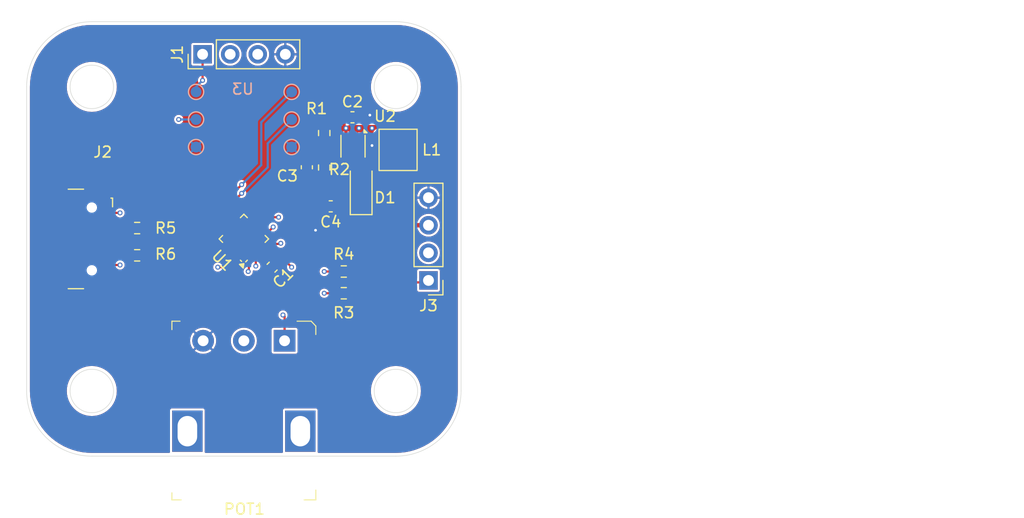
<source format=kicad_pcb>
(kicad_pcb (version 20240108) (generator "pcbnew") (generator_version "8.0")
  (layers (0 "F.Cu" signal) (1 "In1.Cu" power) (2 "In2.Cu" power) (31 "B.Cu" signal) (34 "B.Paste" user) (35 "F.Paste" user) (36 "B.SilkS" user "B.Silkscreen") (37 "F.SilkS" user "F.Silkscreen") (38 "B.Mask" user) (39 "F.Mask" user) (44 "Edge.Cuts" user))
  (net 0 "")
  (net 1 "GND")
  (net 2 "Net-(U2-FB)")
  (net 3 "Net-(D1-A)")
  (net 4 "FAN_RPM")
  (net 6 "ANALOG_READ")
  (net 7 "FAN_PWM")
  (net 9 "+12V")
  (net 10 "PWM")
  (net 11 "PWM1")
  (net 12 "UPDI")
  (net 13 "RX")
  (net 14 "TX")
  (net 15 "SDA")
  (net 22 "+5V")
  (net 24 "SCL")
  (net 27 "unconnected-(J2-SHIELD-PadS1)")
  (net 29 "Net-(J2-GND-PadA1)")
  (net 30 "Net-(J2-CC2)")
  (net 31 "Net-(J2-CC1)")
  (footprint "Diode_SMD:D_SOD-123" (layer "F.Cu") (at 80.8 55.4 90)
    (property "Reference" "D1" (at -0.8 2.2 180) (layer "F.SilkS"))
    (property "Value" "D")
    (fp_line (start -2.36 -1) (end 1.65 -1) (stroke (width 0.12)) (layer "F.SilkS"))
    (fp_line (start -2.36 -1) (end -2.36 1) (stroke (width 0.12)) (layer "F.SilkS"))
    (fp_line (start -2.36 1) (end 1.65 1) (stroke (width 0.12)) (layer "F.SilkS"))
    (pad "1" smd roundrect (at -1.65 0 90) (size 0.9 1.2) (layers "F.Cu" "F.Paste" "F.Mask") (net 9 "+12V"))
    (pad "2" smd roundrect (at 1.65 0 90) (size 0.9 1.2) (layers "F.Cu" "F.Paste" "F.Mask") (net 3 "Net-(D1-A)"))
  )
  (footprint "Connector_PinHeader_2.54mm:PinHeader_1x04_P2.54mm_Vertical" (layer "F.Cu") (at 66.2 43 90)
    (property "Reference" "J1" (at 0 -2.33 90) (layer "F.SilkS"))
    (property "Value" "Conn_01x04")
    (fp_line (start -1.33 -1.33) (end 0 -1.33) (stroke (width 0.12)) (layer "F.SilkS"))
    (fp_line (start -1.33 0) (end -1.33 -1.33) (stroke (width 0.12)) (layer "F.SilkS"))
    (fp_line (start 1.33 1.27) (end 1.33 8.95) (stroke (width 0.12)) (layer "F.SilkS"))
    (fp_line (start -1.33 1.27) (end 1.33 1.27) (stroke (width 0.12)) (layer "F.SilkS"))
    (fp_line (start -1.33 1.27) (end -1.33 8.95) (stroke (width 0.12)) (layer "F.SilkS"))
    (fp_line (start -1.33 8.95) (end 1.33 8.95) (stroke (width 0.12)) (layer "F.SilkS"))
    (pad "1" thru_hole rect (at 0 0 90) (size 1.7 1.7) (drill 1) (layers "*.Cu" "*.Mask") (net 22 "+5V"))
    (pad "2" thru_hole oval (at 0 2.54 90) (size 1.7 1.7) (drill 1) (layers "*.Cu" "*.Mask") (net 15 "SDA"))
    (pad "3" thru_hole oval (at 0 5.08 90) (size 1.7 1.7) (drill 1) (layers "*.Cu" "*.Mask") (net 24 "SCL"))
    (pad "4" thru_hole oval (at 0 7.62 90) (size 1.7 1.7) (drill 1) (layers "*.Cu" "*.Mask") (net 1 "GND"))
  )
  (footprint "Package_SON:WSON-6-1EP_2x2mm_P0.65mm_EP1x1.6mm" (layer "F.Cu") (at 80.05 51.4625 -90)
    (property "Reference" "U2" (at -2.7625 -2.95 180) (layer "F.SilkS"))
    (property "Value" "TPS61040DRV")
    (fp_line (start -1 1.11) (end 1 1.11) (stroke (width 0.12)) (layer "F.SilkS"))
    (fp_line (start -1 -1.11) (end 1 -1.11) (stroke (width 0.12)) (layer "F.SilkS"))
    (fp_poly (pts (xy -1.24 -1.01) (xy -1.52 -1.01) (xy -1.24 -1.29) (xy -1.24 -1.01)) (stroke (width 0.12)) (fill solid) (layer "F.SilkS"))
    (pad "1" smd roundrect (at -0.8875 -0.65 270) (size 0.375 0.4) (layers "F.Cu" "F.Paste" "F.Mask") (net 1 "GND"))
    (pad "2" smd roundrect (at -0.8875 0 270) (size 0.375 0.4) (layers "F.Cu" "F.Paste" "F.Mask") (net 22 "+5V"))
    (pad "3" smd roundrect (at -0.8875 0.65 270) (size 0.375 0.4) (layers "F.Cu" "F.Paste" "F.Mask") (net 22 "+5V"))
    (pad "4" smd roundrect (at 0.8875 0.65 270) (size 0.375 0.4) (layers "F.Cu" "F.Paste" "F.Mask") (net 2 "Net-(U2-FB)"))
    (pad "5" smd roundrect (at 0.8875 0 270) (size 0.375 0.4) (layers "F.Cu" "F.Paste" "F.Mask"))
    (pad "6" smd roundrect (at 0.8875 -0.65 270) (size 0.375 0.4) (layers "F.Cu" "F.Paste" "F.Mask") (net 3 "Net-(D1-A)"))
    (pad "7" smd rect (at 0 0 270) (size 1 1.6) (property pad_prop_heatsink) (layers "F.Cu" "F.Mask"))
  )
  (footprint "Resistor_SMD:R_0603_1608Metric" (layer "F.Cu") (at 60.175 61.51)
    (property "Reference" "R6" (at 2.625 -0.11 0) (layer "F.SilkS"))
    (property "Value" "5.1k")
    (fp_line (start -0.237258 -0.5225) (end 0.237258 -0.5225) (stroke (width 0.12)) (layer "F.SilkS"))
    (fp_line (start -0.237258 0.5225) (end 0.237258 0.5225) (stroke (width 0.12)) (layer "F.SilkS"))
    (pad "1" smd roundrect (at -0.825 0) (size 0.8 0.95) (layers "F.Cu" "F.Paste" "F.Mask") (net 30 "Net-(J2-CC2)"))
    (pad "2" smd roundrect (at 0.825 0) (size 0.8 0.95) (layers "F.Cu" "F.Paste" "F.Mask") (net 1 "GND"))
  )
  (footprint "Connector_USB:USB_C_Receptacle_GCT_USB4110" (layer "F.Cu") (at 53.395 60 -90)
    (property "Reference" "J2" (at -8 -3.605 0) (layer "F.SilkS"))
    (property "Value" "USB_C_Receptacle_USB2.0_16P")
    (fp_line (start -4.58 -0.435) (end -4.58 -1.845) (stroke (width 0.12)) (layer "F.SilkS"))
    (fp_line (start 4.58 -0.435) (end 4.58 -1.845) (stroke (width 0.12)) (layer "F.SilkS"))
    (fp_line (start -3.76 -4.515) (end -3.76 -4.365) (stroke (width 0.12)) (layer "F.SilkS"))
    (fp_line (start -2.96 -4.515) (end -3.76 -4.515) (stroke (width 0.12)) (layer "F.SilkS"))
    (pad "" np_thru_hole circle (at -2.89 -2.605 270) (size 0.65 0.65) (drill 0.65) (layers "F&B.Cu" "*.Mask"))
    (pad "" np_thru_hole circle (at 2.89 -2.605 270) (size 0.65 0.65) (drill 0.65) (layers "F&B.Cu" "*.Mask"))
    (pad "A1" smd roundrect (at -3.2 -3.68 270) (size 0.6 1.15) (layers "F.Cu" "F.Paste" "F.Mask") (net 29 "Net-(J2-GND-PadA1)"))
    (pad "A4" smd roundrect (at -2.4 -3.68 270) (size 0.6 1.15) (layers "F.Cu" "F.Paste" "F.Mask") (net 22 "+5V"))
    (pad "A5" smd roundrect (at -1.25 -3.68 270) (size 0.3 1.15) (layers "F.Cu" "F.Paste" "F.Mask") (net 31 "Net-(J2-CC1)"))
    (pad "A6" smd roundrect (at -0.25 -3.68 270) (size 0.3 1.15) (layers "F.Cu" "F.Paste" "F.Mask"))
    (pad "A7" smd roundrect (at 0.25 -3.68 270) (size 0.3 1.15) (layers "F.Cu" "F.Paste" "F.Mask"))
    (pad "A8" smd roundrect (at 1.25 -3.68 270) (size 0.3 1.15) (layers "F.Cu" "F.Paste" "F.Mask"))
    (pad "A9" smd roundrect (at 2.4 -3.68 270) (size 0.6 1.15) (layers "F.Cu" "F.Paste" "F.Mask") (net 22 "+5V"))
    (pad "A12" smd roundrect (at 3.2 -3.68 270) (size 0.6 1.15) (layers "F.Cu" "F.Paste" "F.Mask") (net 29 "Net-(J2-GND-PadA1)"))
    (pad "B1" smd roundrect (at 3.2 -3.68 270) (size 0.6 1.15) (layers "F.Cu" "F.Paste" "F.Mask") (net 29 "Net-(J2-GND-PadA1)"))
    (pad "B4" smd roundrect (at 2.4 -3.68 270) (size 0.6 1.15) (layers "F.Cu" "F.Paste" "F.Mask") (net 22 "+5V"))
    (pad "B5" smd roundrect (at 1.75 -3.68 270) (size 0.3 1.15) (layers "F.Cu" "F.Paste" "F.Mask") (net 30 "Net-(J2-CC2)"))
    (pad "B6" smd roundrect (at 0.75 -3.68 270) (size 0.3 1.15) (layers "F.Cu" "F.Paste" "F.Mask"))
    (pad "B7" smd roundrect (at -0.75 -3.68 270) (size 0.3 1.15) (layers "F.Cu" "F.Paste" "F.Mask"))
    (pad "B8" smd roundrect (at -1.75 -3.68 270) (size 0.3 1.15) (layers "F.Cu" "F.Paste" "F.Mask"))
    (pad "B9" smd roundrect (at -2.4 -3.68 270) (size 0.6 1.15) (layers "F.Cu" "F.Paste" "F.Mask") (net 22 "+5V"))
    (pad "B12" smd roundrect (at -3.2 -3.68 270) (size 0.6 1.15) (layers "F.Cu" "F.Paste" "F.Mask") (net 29 "Net-(J2-GND-PadA1)"))
    (pad "S1" smd roundrect (at -5.11 -3.105 270) (size 2.18 2) (layers "F.Cu" "F.Paste" "F.Mask") (roundrect_rratio 0.125) (net 27 "unconnected-(J2-SHIELD-PadS1)"))
    (pad "S1" smd roundrect (at -5.11 0.825 270) (size 2.18 2) (layers "F.Cu" "F.Paste" "F.Mask") (roundrect_rratio 0.125) (net 27 "unconnected-(J2-SHIELD-PadS1)"))
    (pad "S1" smd roundrect (at 5.11 -3.105 270) (size 2.18 2) (layers "F.Cu" "F.Paste" "F.Mask") (roundrect_rratio 0.125) (net 27 "unconnected-(J2-SHIELD-PadS1)"))
    (pad "S1" smd roundrect (at 5.11 0.825 270) (size 2.18 2) (layers "F.Cu" "F.Paste" "F.Mask") (roundrect_rratio 0.125) (net 27 "unconnected-(J2-SHIELD-PadS1)"))
  )
  (footprint "Capacitor_SMD:C_0603_1608Metric" (layer "F.Cu") (at 80 48.8)
    (property "Reference" "C2" (at 0 -1.43 0) (layer "F.SilkS"))
    (property "Value" "4.7 uF")
    (fp_line (start -0.14058 -0.51) (end 0.14058 -0.51) (stroke (width 0.12)) (layer "F.SilkS"))
    (fp_line (start -0.14058 0.51) (end 0.14058 0.51) (stroke (width 0.12)) (layer "F.SilkS"))
    (pad "1" smd roundrect (at -0.775 0) (size 0.9 0.95) (layers "F.Cu" "F.Paste" "F.Mask") (net 22 "+5V"))
    (pad "2" smd roundrect (at 0.775 0) (size 0.9 0.95) (layers "F.Cu" "F.Paste" "F.Mask") (net 1 "GND"))
  )
  (footprint "Resistor_SMD:R_0603_1608Metric" (layer "F.Cu") (at 60.175 59)
    (property "Reference" "R5" (at 2.625 0 0) (layer "F.SilkS"))
    (property "Value" "5.1k")
    (fp_line (start -0.237258 -0.5225) (end 0.237258 -0.5225) (stroke (width 0.12)) (layer "F.SilkS"))
    (fp_line (start -0.237258 0.5225) (end 0.237258 0.5225) (stroke (width 0.12)) (layer "F.SilkS"))
    (pad "1" smd roundrect (at -0.825 0) (size 0.8 0.95) (layers "F.Cu" "F.Paste" "F.Mask") (net 31 "Net-(J2-CC1)"))
    (pad "2" smd roundrect (at 0.825 0) (size 0.8 0.95) (layers "F.Cu" "F.Paste" "F.Mask") (net 1 "GND"))
  )
  (footprint "digikey-footprints:Potentiometer_P120PK-Y25BR10K" (layer "F.Cu") (at 73.75 69.375 180)
    (property "Reference" "POT1" (at 3.7 -15.5 0) (layer "F.SilkS"))
    (property "Value" "P120PK-Y25BR10K")
    (fp_line (start 10.375 1.8) (end 9.625 1.8) (stroke (width 0.1)) (layer "F.SilkS"))
    (fp_line (start 10.375 1.025) (end 10.375 1.8) (stroke (width 0.1)) (layer "F.SilkS"))
    (fp_line (start 10.375 -14.65) (end 10.375 -14) (stroke (width 0.1)) (layer "F.SilkS"))
    (fp_line (start 9.525 -14.65) (end 10.375 -14.65) (stroke (width 0.1)) (layer "F.SilkS"))
    (fp_line (start -1.8 -14.65) (end -2.875 -14.65) (stroke (width 0.1)) (layer "F.SilkS"))
    (fp_line (start -2.45 1.8) (end -1.15 1.8) (stroke (width 0.1)) (layer "F.SilkS"))
    (fp_line (start -2.875 1.35) (end -2.45 1.8) (stroke (width 0.1)) (layer "F.SilkS"))
    (fp_line (start -2.875 0.575) (end -2.875 1.35) (stroke (width 0.1)) (layer "F.SilkS"))
    (fp_line (start -2.875 -14.65) (end -2.875 -13.75) (stroke (width 0.1)) (layer "F.SilkS"))
    (pad "1" thru_hole rect (at 0 0 180) (size 2 2) (drill 1) (layers "*.Cu" "*.Mask") (net 22 "+5V"))
    (pad "2" thru_hole circle (at 3.75 0 180) (size 2 2) (drill 1) (layers "*.Cu" "*.Mask") (net 6 "ANALOG_READ"))
    (pad "3" thru_hole circle (at 7.5 0 180) (size 2 2) (drill 1) (layers "*.Cu" "*.Mask") (net 1 "GND"))
    (pad "4" thru_hole rect (at -1.45 -8.325 180) (size 2.8 3.8) (drill oval 1.8 2.8) (layers "*.Cu" "*.Mask"))
    (pad "4" thru_hole rect (at 8.95 -8.325 180) (size 2.8 3.8) (drill oval 1.8 2.8) (layers "*.Cu" "*.Mask"))
  )
  (footprint "Capacitor_SMD:C_0603_1608Metric" (layer "F.Cu") (at 72.6 62.6 -135)
    (property "Reference" "C1" (at 0 -1.43 45) (layer "F.SilkS"))
    (property "Value" "0.1 uF")
    (fp_line (start -0.140581 0.51) (end 0.140581 0.51) (stroke (width 0.12)) (layer "F.SilkS"))
    (fp_line (start -0.140581 -0.51) (end 0.140581 -0.51) (stroke (width 0.12)) (layer "F.SilkS"))
    (pad "1" smd roundrect (at -0.775 0 225) (size 0.9 0.95) (layers "F.Cu" "F.Paste" "F.Mask") (net 22 "+5V"))
    (pad "2" smd roundrect (at 0.775 0 225) (size 0.9 0.95) (layers "F.Cu" "F.Paste" "F.Mask") (net 1 "GND"))
  )
  (footprint "Capacitor_SMD:C_0603_1608Metric" (layer "F.Cu") (at 78 57 180)
    (property "Reference" "C4" (at 0 -1.43 0) (layer "F.SilkS"))
    (property "Value" "1 uF")
    (fp_line (start -0.14058 0.51) (end 0.14058 0.51) (stroke (width 0.12)) (layer "F.SilkS"))
    (fp_line (start -0.14058 -0.51) (end 0.14058 -0.51) (stroke (width 0.12)) (layer "F.SilkS"))
    (pad "1" smd roundrect (at -0.775 0 180) (size 0.9 0.95) (layers "F.Cu" "F.Paste" "F.Mask") (net 9 "+12V"))
    (pad "2" smd roundrect (at 0.775 0 180) (size 0.9 0.95) (layers "F.Cu" "F.Paste" "F.Mask") (net 1 "GND"))
  )
  (footprint "Resistor_SMD:R_0603_1608Metric" (layer "F.Cu") (at 77.4 50.25 -90)
    (property "Reference" "R1" (at -2.25 0.7 180) (layer "F.SilkS"))
    (property "Value" "100k")
    (fp_line (start -0.237258 0.5225) (end 0.237258 0.5225) (stroke (width 0.12)) (layer "F.SilkS"))
    (fp_line (start -0.237258 -0.5225) (end 0.237258 -0.5225) (stroke (width 0.12)) (layer "F.SilkS"))
    (pad "1" smd roundrect (at -0.825 0 270) (size 0.8 0.95) (layers "F.Cu" "F.Paste" "F.Mask") (net 1 "GND"))
    (pad "2" smd roundrect (at 0.825 0 270) (size 0.8 0.95) (layers "F.Cu" "F.Paste" "F.Mask") (net 2 "Net-(U2-FB)"))
  )
  (footprint "Capacitor_SMD:C_0603_1608Metric" (layer "F.Cu") (at 75.8 53.4 90)
    (property "Reference" "C3" (at -0.8 -1.8 0) (layer "F.SilkS"))
    (property "Value" "10 pF")
    (fp_line (start -0.14058 -0.51) (end 0.14058 -0.51) (stroke (width 0.12)) (layer "F.SilkS"))
    (fp_line (start -0.14058 0.51) (end 0.14058 0.51) (stroke (width 0.12)) (layer "F.SilkS"))
    (pad "1" smd roundrect (at -0.775 0 90) (size 0.9 0.95) (layers "F.Cu" "F.Paste" "F.Mask") (net 9 "+12V"))
    (pad "2" smd roundrect (at 0.775 0 90) (size 0.9 0.95) (layers "F.Cu" "F.Paste" "F.Mask") (net 2 "Net-(U2-FB)"))
  )
  (footprint "Package_DFN_QFN:VQFN-20-1EP_3x3mm_P0.4mm_EP1.7x1.7mm" (layer "F.Cu") (at 70 60 135)
    (property "Reference" "U1" (at 0 -2.8 135) (layer "F.SilkS"))
    (property "Value" "ATtiny1626-M")
    (fp_line (start 1.61 -1.61) (end 1.61 -1.16) (stroke (width 0.12)) (layer "F.SilkS"))
    (fp_line (start 1.16 -1.61) (end 1.61 -1.61) (stroke (width 0.12)) (layer "F.SilkS"))
    (fp_line (start -1.16 -1.61) (end -1.31 -1.61) (stroke (width 0.12)) (layer "F.SilkS"))
    (fp_line (start 1.61 1.61) (end 1.61 1.16) (stroke (width 0.12)) (layer "F.SilkS"))
    (fp_line (start 1.16 1.61) (end 1.61 1.61) (stroke (width 0.12)) (layer "F.SilkS"))
    (fp_line (start -1.61 -1.16) (end -1.61 -1.37) (stroke (width 0.12)) (layer "F.SilkS"))
    (fp_line (start -1.16 1.61) (end -1.61 1.61) (stroke (width 0.12)) (layer "F.SilkS"))
    (fp_line (start -1.61 1.61) (end -1.61 1.16) (stroke (width 0.12)) (layer "F.SilkS"))
    (fp_poly (pts (xy -1.61 -1.61) (xy -1.85 -1.94) (xy -1.37 -1.94) (xy -1.61 -1.61)) (stroke (width 0.12)) (fill solid) (layer "F.SilkS"))
    (pad "1" smd custom (at -1.45 -0.8 135) (size 0.143431 0.143431) (layers "F.Cu" "F.Paste" "F.Mask") (net 15 "SDA") (options (clearance outline) (anchor circle)) (primitives (gr_poly (pts (xy -0.35 -0.05) (xy 0.299289 -0.05) (xy 0.35 0.000711) (xy 0.35 0.05) (xy -0.35 0.05)) (width 0.1) (fill yes))))
    (pad "2" smd roundrect (at -1.45 -0.4 135) (size 0.8 0.2) (layers "F.Cu" "F.Paste" "F.Mask") (net 24 "SCL"))
    (pad "3" smd roundrect (at -1.45 0 135) (size 0.8 0.2) (layers "F.Cu" "F.Paste" "F.Mask") (net 1 "GND"))
    (pad "4" smd roundrect (at -1.45 0.4 135) (size 0.8 0.2) (layers "F.Cu" "F.Paste" "F.Mask") (net 22 "+5V"))
    (pad "5" smd custom (at -1.45 0.8 135) (size 0.143431 0.143431) (layers "F.Cu" "F.Paste" "F.Mask") (net 11 "PWM1") (options (clearance outline) (anchor circle)) (primitives (gr_poly (pts (xy -0.35 -0.05) (xy 0.35 -0.05) (xy 0.35 -0.000711) (xy 0.299289 0.05) (xy -0.35 0.05)) (width 0.1) (fill yes))))
    (pad "6" smd custom (at -0.8 1.45 135) (size 0.143431 0.143431) (layers "F.Cu" "F.Paste" "F.Mask") (net 10 "PWM") (options (clearance outline) (anchor circle)) (primitives (gr_poly (pts (xy -0.05 -0.299289) (xy 0.000711 -0.35) (xy 0.05 -0.35) (xy 0.05 0.35) (xy -0.05 0.35)) (width 0.1) (fill yes))))
    (pad "7" smd roundrect (at -0.4 1.45 135) (size 0.2 0.8) (layers "F.Cu" "F.Paste" "F.Mask") (net 4 "FAN_RPM"))
    (pad "8" smd roundrect (at 0 1.45 135) (size 0.2 0.8) (layers "F.Cu" "F.Paste" "F.Mask"))
    (pad "9" smd roundrect (at 0.4 1.45 135) (size 0.2 0.8) (layers "F.Cu" "F.Paste" "F.Mask"))
    (pad "10" smd custom (at 0.8 1.45 135) (size 0.143431 0.143431) (layers "F.Cu" "F.Paste" "F.Mask") (options (clearance outline) (anchor circle)) (primitives (gr_poly (pts (xy -0.05 -0.35) (xy -0.000711 -0.35) (xy 0.05 -0.299289) (xy 0.05 0.35) (xy -0.05 0.35)) (width 0.1) (fill yes))))
    (pad "11" smd custom (at 1.45 0.8 135) (size 0.143431 0.143431) (layers "F.Cu" "F.Paste" "F.Mask") (net 13 "RX") (options (clearance outline) (anchor circle)) (primitives (gr_poly (pts (xy -0.35 -0.05) (xy 0.35 -0.05) (xy 0.35 0.05) (xy -0.299289 0.05) (xy -0.35 -0.000711)) (width 0.1) (fill yes))))
    (pad "12" smd roundrect (at 1.45 0.4 135) (size 0.8 0.2) (layers "F.Cu" "F.Paste" "F.Mask") (net 14 "TX"))
    (pad "13" smd roundrect (at 1.45 0 135) (size 0.8 0.2) (layers "F.Cu" "F.Paste" "F.Mask"))
    (pad "14" smd roundrect (at 1.45 -0.4 135) (size 0.8 0.2) (layers "F.Cu" "F.Paste" "F.Mask"))
    (pad "15" smd custom (at 1.45 -0.8 135) (size 0.143431 0.143431) (layers "F.Cu" "F.Paste" "F.Mask") (options (clearance outline) (anchor circle)) (primitives (gr_poly (pts (xy -0.35 0.000711) (xy -0.299289 -0.05) (xy 0.35 -0.05) (xy 0.35 0.05) (xy -0.35 0.05)) (width 0.1) (fill yes))))
    (pad "16" smd custom (at 0.8 -1.45 135) (size 0.143431 0.143431) (layers "F.Cu" "F.Paste" "F.Mask") (options (clearance outline) (anchor circle)) (primitives (gr_poly (pts (xy -0.05 -0.35) (xy 0.05 -0.35) (xy 0.05 0.299289) (xy -0.000711 0.35) (xy -0.05 0.35)) (width 0.1) (fill yes))))
    (pad "17" smd roundrect (at 0.4 -1.45 135) (size 0.2 0.8) (layers "F.Cu" "F.Paste" "F.Mask"))
    (pad "18" smd roundrect (at 0 -1.45 135) (size 0.2 0.8) (layers "F.Cu" "F.Paste" "F.Mask"))
    (pad "19" smd roundrect (at -0.4 -1.45 135) (size 0.2 0.8) (layers "F.Cu" "F.Paste" "F.Mask") (net 12 "UPDI"))
    (pad "20" smd custom (at -0.8 -1.45 135) (size 0.143431 0.143431) (layers "F.Cu" "F.Paste" "F.Mask") (options (clearance outline) (anchor circle)) (primitives (gr_poly (pts (xy -0.05 -0.35) (xy 0.05 -0.35) (xy 0.05 0.35) (xy 0.000711 0.35) (xy -0.05 0.299289)) (width 0.1) (fill yes))))
    (pad "21" smd rect (at 0 0 135) (size 1.7 1.7) (property pad_prop_heatsink) (layers "F.Cu" "F.Mask") (net 1 "GND"))
  )
  (footprint "Resistor_SMD:R_0603_1608Metric" (layer "F.Cu") (at 79.2 65)
    (property "Reference" "R3" (at 0 1.8 0) (layer "F.SilkS"))
    (property "Value" "0")
    (fp_line (start -0.237258 -0.5225) (end 0.237258 -0.5225) (stroke (width 0.12)) (layer "F.SilkS"))
    (fp_line (start -0.237258 0.5225) (end 0.237258 0.5225) (stroke (width 0.12)) (layer "F.SilkS"))
    (pad "1" smd roundrect (at -0.825 0) (size 0.8 0.95) (layers "F.Cu" "F.Paste" "F.Mask") (net 11 "PWM1"))
    (pad "2" smd roundrect (at 0.825 0) (size 0.8 0.95) (layers "F.Cu" "F.Paste" "F.Mask") (net 7 "FAN_PWM"))
  )
  (footprint "unsurv_offline_pcb_footprints:CR32" (layer "F.Cu") (at 84.2 51.8 -90)
    (property "Reference" "L1" (at 0 -3.1 0) (layer "F.SilkS"))
    (property "Value" "10 uH")
    (fp_rect (start -1.9 -1.75) (end 1.9 1.75) (stroke (width 0.12)) (fill none) (layer "F.SilkS"))
    (pad "1" smd roundrect (at -1.265 0 270) (size 0.75 4) (layers "F.Cu" "F.Paste" "F.Mask") (net 22 "+5V"))
    (pad "2" smd roundrect (at 1.265 0 270) (size 0.75 4) (layers "F.Cu" "F.Paste" "F.Mask") (net 3 "Net-(D1-A)"))
  )
  (footprint "Resistor_SMD:R_0603_1608Metric" (layer "F.Cu") (at 77.4 53.425 -90)
    (property "Reference" "R2" (at 0.175 -1.4 180) (layer "F.SilkS"))
    (property "Value" "866k")
    (fp_line (start -0.237258 0.5225) (end 0.237258 0.5225) (stroke (width 0.12)) (layer "F.SilkS"))
    (fp_line (start -0.237258 -0.5225) (end 0.237258 -0.5225) (stroke (width 0.12)) (layer "F.SilkS"))
    (pad "1" smd roundrect (at -0.825 0 270) (size 0.8 0.95) (layers "F.Cu" "F.Paste" "F.Mask") (net 2 "Net-(U2-FB)"))
    (pad "2" smd roundrect (at 0.825 0 270) (size 0.8 0.95) (layers "F.Cu" "F.Paste" "F.Mask") (net 9 "+12V"))
  )
  (footprint "Connector_PinHeader_2.54mm:PinHeader_1x04_P2.54mm_Vertical" (layer "F.Cu") (at 87 63.82 180)
    (property "Reference" "J3" (at 0 -2.33 0) (layer "F.SilkS"))
    (property "Value" "Conn_01x04")
    (fp_line (start 1.33 1.27) (end 1.33 8.95) (stroke (width 0.12)) (layer "F.SilkS"))
    (fp_line (start -1.33 8.95) (end 1.33 8.95) (stroke (width 0.12)) (layer "F.SilkS"))
    (fp_line (start -1.33 1.27) (end 1.33 1.27) (stroke (width 0.12)) (layer "F.SilkS"))
    (fp_line (start -1.33 1.27) (end -1.33 8.95) (stroke (width 0.12)) (layer "F.SilkS"))
    (fp_line (start -1.33 0) (end -1.33 -1.33) (stroke (width 0.12)) (layer "F.SilkS"))
    (fp_line (start -1.33 -1.33) (end 0 -1.33) (stroke (width 0.12)) (layer "F.SilkS"))
    (pad "1" thru_hole rect (at 0 0 180) (size 1.7 1.7) (drill 1) (layers "*.Cu" "*.Mask") (net 7 "FAN_PWM"))
    (pad "2" thru_hole oval (at 0 2.54 180) (size 1.7 1.7) (drill 1) (layers "*.Cu" "*.Mask") (net 4 "FAN_RPM"))
    (pad "3" thru_hole oval (at 0 5.08 180) (size 1.7 1.7) (drill 1) (layers "*.Cu" "*.Mask") (net 9 "+12V"))
    (pad "4" thru_hole oval (at 0 7.62 180) (size 1.7 1.7) (drill 1) (layers "*.Cu" "*.Mask") (net 1 "GND"))
  )
  (footprint "Resistor_SMD:R_0603_1608Metric" (layer "F.Cu") (at 79.2 63 180)
    (property "Reference" "R4" (at 0 1.6 0) (layer "F.SilkS"))
    (property "Value" "0")
    (fp_line (start -0.237258 0.5225) (end 0.237258 0.5225) (stroke (width 0.12)) (layer "F.SilkS"))
    (fp_line (start -0.237258 -0.5225) (end 0.237258 -0.5225) (stroke (width 0.12)) (layer "F.SilkS"))
    (pad "1" smd roundrect (at -0.825 0 180) (size 0.8 0.95) (layers "F.Cu" "F.Paste" "F.Mask") (net 7 "FAN_PWM"))
    (pad "2" smd roundrect (at 0.825 0 180) (size 0.8 0.95) (layers "F.Cu" "F.Paste" "F.Mask") (net 10 "PWM"))
  )
  (footprint "unsurv_offline_pcb_footprints:testpoint_array_2x3" (layer "B.Cu") (at 70 46.46 180)
    (property "Reference" "U3" (at 0.1 0.26 0) (layer "B.SilkS") (effects (justify mirror)))
    (property "Value" "~")
    (fp_circle (center 4.4 0) (end 4.4 -0.7) (stroke (width 0.12)) (fill none) (layer "B.SilkS"))
    (fp_circle (center 4.4 -2.54) (end 4.4 -3.24) (stroke (width 0.12)) (fill none) (layer "B.SilkS"))
    (fp_circle (center 4.4 -5.08) (end 4.4 -5.78) (stroke (width 0.12)) (fill none) (layer "B.SilkS"))
    (fp_circle (center -4.4 0) (end -4.4 -0.7) (stroke (width 0.12)) (fill none) (layer "B.SilkS"))
    (fp_circle (center -4.4 -2.54) (end -4.4 -3.24) (stroke (width 0.12)) (fill none) (layer "B.SilkS"))
    (fp_circle (center -4.4 -5.08) (end -4.4 -5.78) (stroke (width 0.12)) (fill none) (layer "B.SilkS"))
    (pad "1" smd circle (at 4.4 0 180) (size 1 1) (layers "B.Cu" "B.Mask") (net 22 "+5V"))
    (pad "2" smd circle (at 4.4 -2.54 180) (size 1 1) (layers "B.Cu" "B.Mask") (net 12 "UPDI"))
    (pad "3" smd circle (at 4.4 -5.08 180) (size 1 1) (layers "B.Cu" "B.Mask") (net 1 "GND"))
    (pad "4" smd circle (at -4.4 0 180) (size 1 1) (layers "B.Cu" "B.Mask") (net 14 "TX"))
    (pad "5" smd circle (at -4.4 -2.54 180) (size 1 1) (layers "B.Cu" "B.Mask") (net 13 "RX"))
    (pad "6" smd circle (at -4.4 -5.08 180) (size 1 1) (layers "B.Cu" "B.Mask") (net 1 "GND"))
  )
  (gr_circle (center 84 74) (end 84 72) (stroke (width 0.05)) (fill none) (layer "Edge.Cuts"))
  (gr_line (start 56 40) (end 84 40) (stroke (width 0.05)) (layer "Edge.Cuts"))
  (gr_line (start 50 46) (end 50 74) (stroke (width 0.05)) (layer "Edge.Cuts"))
  (gr_arc (start 56 80) (mid 51.757359 78.242641) (end 50 74) (stroke (width 0.05)) (layer "Edge.Cuts"))
  (gr_circle (center 84 46) (end 84 44) (stroke (width 0.05)) (fill none) (layer "Edge.Cuts"))
  (gr_line (start 84 80) (end 56 80) (stroke (width 0.05)) (layer "Edge.Cuts"))
  (gr_line (start 90 46) (end 90 74) (stroke (width 0.05)) (layer "Edge.Cuts"))
  (gr_arc (start 90 74) (mid 88.242641 78.242641) (end 84 80) (stroke (width 0.05)) (layer "Edge.Cuts"))
  (gr_arc (start 50 46) (mid 51.757359 41.757359) (end 56 40) (stroke (width 0.05)) (layer "Edge.Cuts"))
  (gr_circle (center 56 74) (end 56 72) (stroke (width 0.05)) (fill none) (layer "Edge.Cuts"))
  (gr_arc (start 84 40) (mid 88.242641 41.757359) (end 90 46) (stroke (width 0.05)) (layer "Edge.Cuts"))
  (gr_circle (center 56 46) (end 56 44) (stroke (width 0.05)) (fill none) (layer "Edge.Cuts"))
  (segment (start 71.025305 61.025305) (end 70 60) (width 0.2) (layer "F.Cu") (net 1))
  (segment (start 81.8 51.2) (end 81.175 50.575) (width 0.2) (layer "F.Cu") (net 1))
  (segment (start 80.775 48.8) (end 81.4 48.8) (width 0.2) (layer "F.Cu") (net 1))
  (segment (start 77.225 58.575) (end 76.6 59.2) (width 0.2) (layer "F.Cu") (net 1))
  (segment (start 81.4 48.8) (end 81.6 48.6) (width 0.2) (layer "F.Cu") (net 1))
  (segment (start 80.775 50.5) (end 80.7 50.575) (width 0.2) (layer "F.Cu") (net 1))
  (segment (start 81.175 50.575) (end 80.7 50.575) (width 0.2) (layer "F.Cu") (net 1))
  (segment (start 77.225 57) (end 77.225 58.575) (width 0.2) (layer "F.Cu") (net 1))
  (segment (start 81.8 51.4) (end 81.8 51.2) (width 0.2) (layer "F.Cu") (net 1))
  (via (at 81.6 48.6) (size 0.45) (drill 0.25) (layers "F.Cu" "B.Cu") (net 1))
  (via (at 81.8 51.4) (size 0.45) (drill 0.25) (layers "F.Cu" "B.Cu") (net 1))
  (via (at 76.6 59.2) (size 0.45) (drill 0.25) (layers "F.Cu" "B.Cu") (net 1))
  (segment (start 77.4 51.075) (end 77.4 52.6) (width 0.2) (layer "F.Cu") (net 2))
  (segment (start 79.4 52.35) (end 77.65 52.35) (width 0.2) (layer "F.Cu") (net 2))
  (segment (start 77.375 52.625) (end 77.4 52.6) (width 0.2) (layer "F.Cu") (net 2))
  (segment (start 75.8 52.625) (end 77.375 52.625) (width 0.2) (layer "F.Cu") (net 2))
  (segment (start 77.65 52.35) (end 77.4 52.6) (width 0.2) (layer "F.Cu") (net 2))
  (segment (start 72.565686 58) (end 71.308148 59.257538) (width 0.2) (layer "F.Cu") (net 4))
  (segment (start 73.2 58) (end 72.565686 58) (width 0.2) (layer "F.Cu") (net 4))
  (via (at 73.2 58) (size 0.45) (drill 0.25) (layers "F.Cu" "B.Cu") (net 4))
  (segment (start 80.025 64) (end 80.025 63) (width 0.2) (layer "F.Cu") (net 7))
  (segment (start 86.82 64) (end 87 63.82) (width 0.2) (layer "F.Cu") (net 7))
  (segment (start 80.025 65) (end 80.025 64) (width 0.2) (layer "F.Cu") (net 7))
  (segment (start 80.025 64) (end 86.82 64) (width 0.2) (layer "F.Cu") (net 7))
  (segment (start 87 58.74) (end 82.49 58.74) (width 0.4) (layer "F.Cu") (net 9))
  (segment (start 82.49 58.74) (end 80.8 57.05) (width 0.4) (layer "F.Cu") (net 9))
  (segment (start 78.375 63) (end 77.4 63) (width 0.2) (layer "F.Cu") (net 10))
  (segment (start 72.7 58.9) (end 72.059619 59.540381) (width 0.2) (layer "F.Cu") (net 10))
  (segment (start 72.059619 59.540381) (end 71.59099 59.540381) (width 0.2) (layer "F.Cu") (net 10))
  (via (at 77.4 63) (size 0.45) (drill 0.25) (layers "F.Cu" "B.Cu") (net 10))
  (via (at 72.7 58.9) (size 0.45) (drill 0.25) (layers "F.Cu" "B.Cu") (net 10))
  (segment (start 77.4 65) (end 78.375 65) (width 0.2) (layer "F.Cu") (net 11))
  (segment (start 71.59099 60.459619) (end 73.340381 60.459619) (width 0.2) (layer "F.Cu") (net 11))
  (segment (start 73.340381 60.459619) (end 73.4 60.4) (width 0.2) (layer "F.Cu") (net 11))
  (via (at 73.4 60.4) (size 0.45) (drill 0.25) (layers "F.Cu" "B.Cu") (net 11))
  (via (at 77.4 65) (size 0.45) (drill 0.25) (layers "F.Cu" "B.Cu") (net 11))
  (segment (start 69.257538 61.308148) (end 67.965686 62.6) (width 0.2) (layer "F.Cu") (net 12))
  (segment (start 67.965686 62.6) (end 67.6 62.6) (width 0.2) (layer "F.Cu") (net 12))
  (via (at 67.6 62.6) (size 0.45) (drill 0.25) (layers "F.Cu" "B.Cu") (net 12))
  (via (at 64 49) (size 0.45) (drill 0.25) (layers "F.Cu" "B.Cu") (net 12))
  (segment (start 64 49) (end 65.6 49) (width 0.2) (layer "B.Cu") (net 12))
  (segment (start 69.540381 58.340381) (end 69 57.8) (width 0.2) (layer "F.Cu") (net 13))
  (segment (start 69 57.8) (end 69 56.6) (width 0.2) (layer "F.Cu") (net 13))
  (segment (start 69.540381 58.40901) (end 69.540381 58.340381) (width 0.2) (layer "F.Cu") (net 13))
  (segment (start 69 56.6) (end 69.8 55.8) (width 0.2) (layer "F.Cu") (net 13))
  (via (at 69.8 55.8) (size 0.45) (drill 0.25) (layers "F.Cu" "B.Cu") (net 13))
  (segment (start 72.2 53.4) (end 72.2 51.2) (width 0.2) (layer "B.Cu") (net 13))
  (segment (start 72.2 51.2) (end 74.4 49) (width 0.2) (layer "B.Cu") (net 13))
  (segment (start 69.8 55.8) (end 72.2 53.4) (width 0.2) (layer "B.Cu") (net 13))
  (segment (start 68.4 56.4) (end 69.8 55) (width 0.2) (layer "F.Cu") (net 14))
  (segment (start 69.257538 58.691852) (end 68.4 57.834314) (width 0.2) (layer "F.Cu") (net 14))
  (segment (start 68.4 57.834314) (end 68.4 56.4) (width 0.2) (layer "F.Cu") (net 14))
  (via (at 69.8 55) (size 0.45) (drill 0.25) (layers "F.Cu" "B.Cu") (net 14))
  (segment (start 69.8 55) (end 71.6 53.2) (width 0.2) (layer "B.Cu") (net 14))
  (segment (start 71.6 49.26) (end 74.4 46.46) (width 0.2) (layer "B.Cu") (net 14))
  (segment (start 71.6 53.2) (end 71.6 49.26) (width 0.2) (layer "B.Cu") (net 14))
  (segment (start 70.459619 62.940381) (end 70.459619 61.59099) (width 0.2) (layer "F.Cu") (net 15))
  (segment (start 70.4 63) (end 70.459619 62.940381) (width 0.2) (layer "F.Cu") (net 15))
  (via (at 70.4 63) (size 0.45) (drill 0.25) (layers "F.Cu" "B.Cu") (net 15))
  (segment (start 66.2 43) (end 66.2 45.4) (width 0.2) (layer "F.Cu") (net 22))
  (segment (start 57.075 62.4) (end 58.6 62.4) (width 0.2) (layer "F.Cu") (net 22))
  (segment (start 73.148008 62.051992) (end 73.851992 62.051992) (width 0.2) (layer "F.Cu") (net 22))
  (segment (start 72.617678 62.051992) (end 71.308148 60.742462) (width 0.2) (layer "F.Cu") (net 22))
  (segment (start 57.075 57.6) (end 58.6 57.6) (width 0.2) (layer "F.Cu") (net 22))
  (segment (start 73.148008 62.051992) (end 72.617678 62.051992) (width 0.2) (layer "F.Cu") (net 22))
  (segment (start 73.75 67.15) (end 73.6 67) (width 0.2) (layer "F.Cu") (net 22))
  (segment (start 73.75 69.375) (end 73.75 67.15) (width 0.2) (layer "F.Cu") (net 22))
  (segment (start 73.851992 62.051992) (end 74.4 62.6) (width 0.2) (layer "F.Cu") (net 22))
  (via (at 81.8 49.8) (size 0.45) (drill 0.25) (layers "F.Cu" "B.Cu") (net 22))
  (via (at 58.6 62.4) (size 0.45) (drill 0.25) (layers "F.Cu" "B.Cu") (net 22))
  (via (at 58.6 57.6) (size 0.45) (drill 0.25) (layers "F.Cu" "B.Cu") (net 22))
  (via (at 66.2 45.4) (size 0.45) (drill 0.25) (layers "F.Cu" "B.Cu") (net 22))
  (via (at 79.4 49.8) (size 0.45) (drill 0.25) (layers "F.Cu" "B.Cu") (net 22))
  (via (at 74.4 62.6) (size 0.45) (drill 0.25) (layers "F.Cu" "B.Cu") (net 22))
  (via (at 73.6 67) (size 0.45) (drill 0.25) (layers "F.Cu" "B.Cu") (net 22))
  (via (at 80.6 49.8) (size 0.45) (drill 0.25) (layers "F.Cu" "B.Cu") (net 22))
  (segment (start 65.6 46.46) (end 65.6 46) (width 0.2) (layer "B.Cu") (net 22))
  (segment (start 65.6 46) (end 66.2 45.4) (width 0.2) (layer "B.Cu") (net 22))
  (segment (start 71.1 61.665686) (end 70.742462 61.308148) (width 0.2) (layer "F.Cu") (net 24))
  (segment (start 71.1 62.5) (end 71.1 61.665686) (width 0.2) (layer "F.Cu") (net 24))
  (via (at 71.1 62.5) (size 0.45) (drill 0.25) (layers "F.Cu" "B.Cu") (net 24))
  (segment (start 52.57 65.11) (end 56.5 65.11) (width 0.2) (layer "F.Cu") (net 27))
  (segment (start 52.57 54.89) (end 56.5 54.89) (width 0.2) (layer "F.Cu") (net 27))
  (segment (start 52.57 54.89) (end 52.57 65.11) (width 0.2) (layer "F.Cu") (net 27))
  (segment (start 56.675 56.4) (end 57.075 56.8) (width 0.2) (layer "F.Cu") (net 29))
  (segment (start 55 56.4) (end 56.675 56.4) (width 0.2) (layer "F.Cu") (net 29))
  (segment (start 57.075 63.2) (end 56.675 63.6) (width 0.2) (layer "F.Cu") (net 29))
  (segment (start 54 57.4) (end 55 56.4) (width 0.2) (layer "F.Cu") (net 29))
  (segment (start 55 63.6) (end 54 62.6) (width 0.2) (layer "F.Cu") (net 29))
  (segment (start 56.675 63.6) (end 55 63.6) (width 0.2) (layer "F.Cu") (net 29))
  (segment (start 54 62.6) (end 54 57.4) (width 0.2) (layer "F.Cu") (net 29))
  (segment (start 59.11 61.75) (end 59.35 61.51) (width 0.2) (layer "F.Cu") (net 30))
  (segment (start 57.075 61.75) (end 59.11 61.75) (width 0.2) (layer "F.Cu") (net 30))
  (segment (start 59.1 58.75) (end 59.35 59) (width 0.2) (layer "F.Cu") (net 31))
  (segment (start 57.075 58.75) (end 59.1 58.75) (width 0.2) (layer "F.Cu") (net 31))
  (zone (net 22) (net_name "+5V") (layer "F.Cu") (priority 5) (connect_pads (clearance 0.2)) (min_thickness 0.15) (fill yes (thermal_gap 0.3) (thermal_bridge_width 0.3) (island_removal_mode 1) (island_area_min 10))
    (polygon (pts (xy 86.4 49.5) (xy 86.4 51.2) (xy 78.6 51.2) (xy 78.6 47.8) (xy 80 47.8) (xy 80 49.5)))
  )
  (zone (net 3) (net_name "Net-(D1-A)") (layer "F.Cu") (priority 5) (connect_pads (clearance 0.2)) (min_thickness 0.15) (fill yes (thermal_gap 0.2) (thermal_bridge_width 0.2))
    (polygon (pts (xy 86.4 52) (xy 79.8 52) (xy 79.8 54.4) (xy 86.4 54.4)))
  )
  (zone (net 9) (net_name "+12V") (layer "F.Cu") (priority 5) (connect_pads (clearance 0.5)) (min_thickness 0.25) (fill yes (thermal_gap 0.5) (thermal_bridge_width 0.5))
    (polygon (pts (xy 82 56.2) (xy 79.6 56.2) (xy 79.6 53.4) (xy 74.4 53.4) (xy 74.4 58.4) (xy 82 58.4)))
  )
  (zone (net 1) (net_name "GND") (layers "F.Cu" "In2.Cu" "B.Cu") (priority 3) (connect_pads (clearance 0.2)) (min_thickness 0.15) (fill yes (thermal_gap 0.2) (thermal_bridge_width 0.2))
    (polygon (pts (xy 90 40) (xy 50 40) (xy 50 80) (xy 90 80)))
  )
)
</source>
